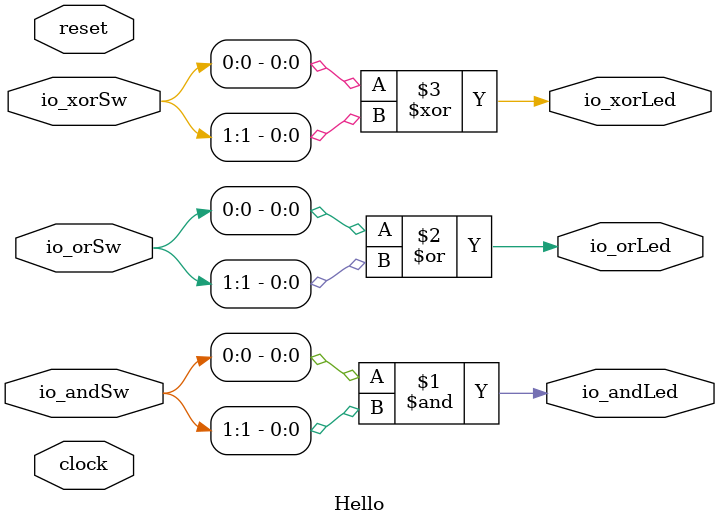
<source format=v>
module Hello(
  input        clock,
  input        reset,
  input  [1:0] io_andSw,
  output       io_andLed,
  input  [1:0] io_orSw,
  output       io_orLed,
  input  [1:0] io_xorSw,
  output       io_xorLed
);
  assign io_andLed = io_andSw[0] & io_andSw[1]; // @[Hello.scala 17:28]
  assign io_orLed = io_orSw[0] | io_orSw[1]; // @[Hello.scala 18:26]
  assign io_xorLed = io_xorSw[0] ^ io_xorSw[1]; // @[Hello.scala 16:28]
endmodule

</source>
